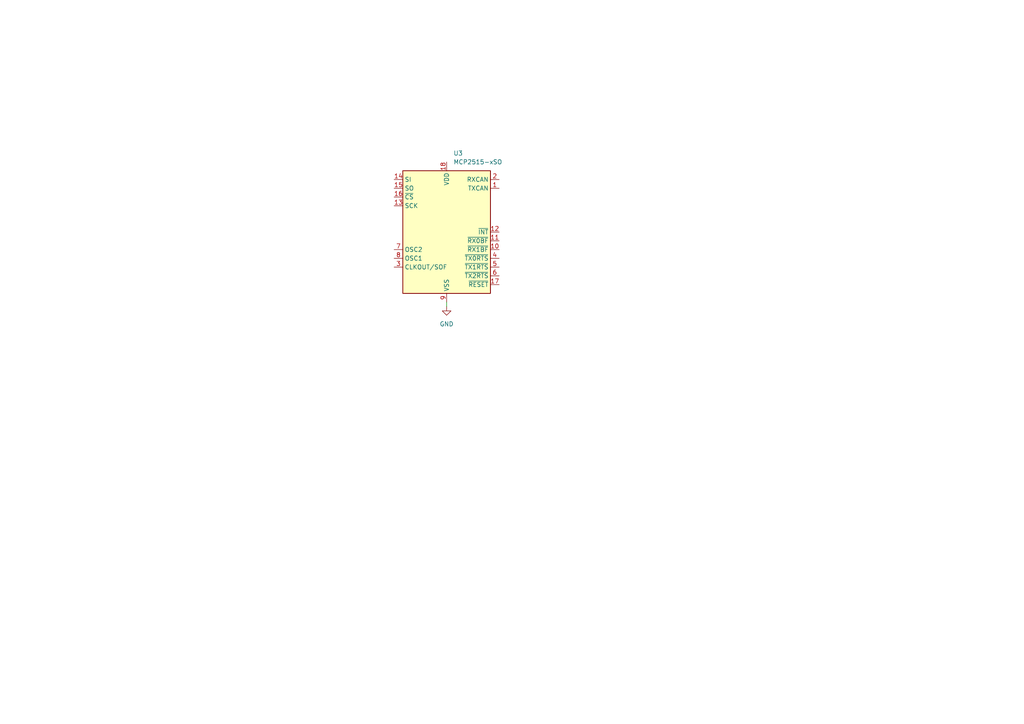
<source format=kicad_sch>
(kicad_sch (version 20230121) (generator eeschema)
  (paper "A4")
  (lib_symbols
    (symbol "Interface_CAN_LIN:MCP2515-xSO"
      (property "Reference" "U" (at -10.16 19.685 0))
      (property "Value" "MCP2515-xSO" (at 19.05 20.32 0))
      (symbol "MCP2515-xSO_0_1"
        (rectangle (start -12.7 17.78) (end 12.7 -17.78) (stroke (width 0.254)) (fill (type background)))
      )
      (symbol "MCP2515-xSO_1_1"
        (pin output line (at 15.24 12.7 180) (length 2.54) (name "TXCAN") (number "1"))
        (pin output line (at 15.24 -5.08 180) (length 2.54) (name "~{RX1BF}") (number "10"))
        (pin output line (at 15.24 -2.54 180) (length 2.54) (name "~{RX0BF}") (number "11"))
        (pin output line (at 15.24 0 180) (length 2.54) (name "~{INT}") (number "12"))
        (pin input line (at -15.24 7.62 0) (length 2.54) (name "SCK") (number "13"))
        (pin input line (at -15.24 15.24 0) (length 2.54) (name "SI") (number "14"))
        (pin output line (at -15.24 12.7 0) (length 2.54) (name "SO") (number "15"))
        (pin input line (at -15.24 10.16 0) (length 2.54) (name "~{CS}") (number "16"))
        (pin input line (at 15.24 -15.24 180) (length 2.54) (name "~{RESET}") (number "17"))
        (pin power_in line (at 0 20.32 270) (length 2.54) (name "VDD") (number "18"))
        (pin input line (at 15.24 15.24 180) (length 2.54) (name "RXCAN") (number "2"))
        (pin output line (at -15.24 -10.16 0) (length 2.54) (name "CLKOUT/SOF") (number "3"))
        (pin input line (at 15.24 -7.62 180) (length 2.54) (name "~{TX0RTS}") (number "4"))
        (pin input line (at 15.24 -10.16 180) (length 2.54) (name "~{TX1RTS}") (number "5"))
        (pin input line (at 15.24 -12.7 180) (length 2.54) (name "~{TX2RTS}") (number "6"))
        (pin output line (at -15.24 -5.08 0) (length 2.54) (name "OSC2") (number "7"))
        (pin input line (at -15.24 -7.62 0) (length 2.54) (name "OSC1") (number "8"))
        (pin power_in line (at 0 -20.32 90) (length 2.54) (name "VSS") (number "9"))
      )
    )
    (symbol "power:GND" (power) (pin_names (offset 0))
      (property "Value" "GND" (at 0 -3.81 0))
      (symbol "GND_0_1"
        (polyline (pts (xy 0 0) (xy 0 -1.27) (xy 1.27 -1.27) (xy 0 -2.54) (xy -1.27 -1.27) (xy 0 -1.27)))
      )
      (symbol "GND_1_1"
        (pin power_in line (at 0 0 270) (length 0) hide (name "GND") (number "1"))
      )
    )
  )
  (wire (pts (xy 129.54 87.63) (xy 129.54 88.9)))
  (symbol (lib_id "power:GND") (at 129.54 88.9 0) (unit 1)
    (property "Reference" "#PWR020" (effects hide))
    (property "Value" "GND" (at 129.54 93.98 0))
  )
  (symbol (lib_id "Interface_CAN_LIN:MCP2515-xSO") (at 129.54 67.31 0) (unit 1)
    (property "Reference" "U3" (at 131.4959 44.45 0) (effects (justify left)))
    (property "Value" "MCP2515-xSO" (at 131.4959 46.99 0) (effects (justify left)))
    (property "Footprint" "Package_SO:SOIC-18W_7.5x11.6mm_P1.27mm" (effects hide))
    (property "Datasheet" "http://ww1.microchip.com/downloads/en/DeviceDoc/21801e.pdf" (effects hide))
  )
)
</source>
